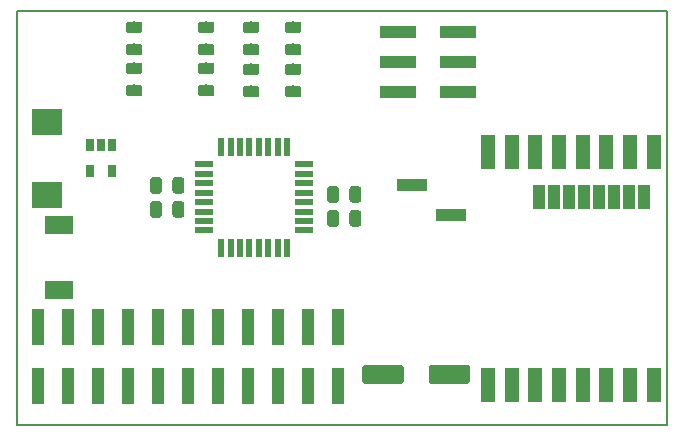
<source format=gbr>
%TF.GenerationSoftware,KiCad,Pcbnew,5.0.2-bee76a0~70~ubuntu18.04.1*%
%TF.CreationDate,2020-02-09T18:50:43+01:00*%
%TF.ProjectId,Mini-BT-Pcb-328P,4d696e69-2d42-4542-9d50-63622d333238,2.0*%
%TF.SameCoordinates,Original*%
%TF.FileFunction,Paste,Top*%
%TF.FilePolarity,Positive*%
%FSLAX46Y46*%
G04 Gerber Fmt 4.6, Leading zero omitted, Abs format (unit mm)*
G04 Created by KiCad (PCBNEW 5.0.2-bee76a0~70~ubuntu18.04.1) date dom 09 feb 2020 18:50:43 CET*
%MOMM*%
%LPD*%
G01*
G04 APERTURE LIST*
%ADD10C,0.150000*%
%ADD11C,0.975000*%
%ADD12R,3.150000X1.000000*%
%ADD13R,1.000000X3.150000*%
%ADD14C,1.600000*%
%ADD15R,2.510000X1.000000*%
%ADD16R,2.400000X1.500000*%
%ADD17R,1.600000X0.550000*%
%ADD18R,0.550000X1.600000*%
%ADD19R,0.650000X1.060000*%
%ADD20R,2.520000X2.310000*%
%ADD21R,1.000000X2.000000*%
%ADD22R,1.200000X3.000000*%
G04 APERTURE END LIST*
D10*
X132080000Y-108406000D02*
X132080000Y-73406000D01*
X187080000Y-108406000D02*
X132080000Y-108406000D01*
X187080000Y-73406000D02*
X187080000Y-108406000D01*
X132080000Y-73406000D02*
X187080000Y-73406000D01*
G36*
X148562142Y-79620674D02*
X148585803Y-79624184D01*
X148609007Y-79629996D01*
X148631529Y-79638054D01*
X148653153Y-79648282D01*
X148673670Y-79660579D01*
X148692883Y-79674829D01*
X148710607Y-79690893D01*
X148726671Y-79708617D01*
X148740921Y-79727830D01*
X148753218Y-79748347D01*
X148763446Y-79769971D01*
X148771504Y-79792493D01*
X148777316Y-79815697D01*
X148780826Y-79839358D01*
X148782000Y-79863250D01*
X148782000Y-80350750D01*
X148780826Y-80374642D01*
X148777316Y-80398303D01*
X148771504Y-80421507D01*
X148763446Y-80444029D01*
X148753218Y-80465653D01*
X148740921Y-80486170D01*
X148726671Y-80505383D01*
X148710607Y-80523107D01*
X148692883Y-80539171D01*
X148673670Y-80553421D01*
X148653153Y-80565718D01*
X148631529Y-80575946D01*
X148609007Y-80584004D01*
X148585803Y-80589816D01*
X148562142Y-80593326D01*
X148538250Y-80594500D01*
X147625750Y-80594500D01*
X147601858Y-80593326D01*
X147578197Y-80589816D01*
X147554993Y-80584004D01*
X147532471Y-80575946D01*
X147510847Y-80565718D01*
X147490330Y-80553421D01*
X147471117Y-80539171D01*
X147453393Y-80523107D01*
X147437329Y-80505383D01*
X147423079Y-80486170D01*
X147410782Y-80465653D01*
X147400554Y-80444029D01*
X147392496Y-80421507D01*
X147386684Y-80398303D01*
X147383174Y-80374642D01*
X147382000Y-80350750D01*
X147382000Y-79863250D01*
X147383174Y-79839358D01*
X147386684Y-79815697D01*
X147392496Y-79792493D01*
X147400554Y-79769971D01*
X147410782Y-79748347D01*
X147423079Y-79727830D01*
X147437329Y-79708617D01*
X147453393Y-79690893D01*
X147471117Y-79674829D01*
X147490330Y-79660579D01*
X147510847Y-79648282D01*
X147532471Y-79638054D01*
X147554993Y-79629996D01*
X147578197Y-79624184D01*
X147601858Y-79620674D01*
X147625750Y-79619500D01*
X148538250Y-79619500D01*
X148562142Y-79620674D01*
X148562142Y-79620674D01*
G37*
D11*
X148082000Y-80107000D03*
D10*
G36*
X148562142Y-77745674D02*
X148585803Y-77749184D01*
X148609007Y-77754996D01*
X148631529Y-77763054D01*
X148653153Y-77773282D01*
X148673670Y-77785579D01*
X148692883Y-77799829D01*
X148710607Y-77815893D01*
X148726671Y-77833617D01*
X148740921Y-77852830D01*
X148753218Y-77873347D01*
X148763446Y-77894971D01*
X148771504Y-77917493D01*
X148777316Y-77940697D01*
X148780826Y-77964358D01*
X148782000Y-77988250D01*
X148782000Y-78475750D01*
X148780826Y-78499642D01*
X148777316Y-78523303D01*
X148771504Y-78546507D01*
X148763446Y-78569029D01*
X148753218Y-78590653D01*
X148740921Y-78611170D01*
X148726671Y-78630383D01*
X148710607Y-78648107D01*
X148692883Y-78664171D01*
X148673670Y-78678421D01*
X148653153Y-78690718D01*
X148631529Y-78700946D01*
X148609007Y-78709004D01*
X148585803Y-78714816D01*
X148562142Y-78718326D01*
X148538250Y-78719500D01*
X147625750Y-78719500D01*
X147601858Y-78718326D01*
X147578197Y-78714816D01*
X147554993Y-78709004D01*
X147532471Y-78700946D01*
X147510847Y-78690718D01*
X147490330Y-78678421D01*
X147471117Y-78664171D01*
X147453393Y-78648107D01*
X147437329Y-78630383D01*
X147423079Y-78611170D01*
X147410782Y-78590653D01*
X147400554Y-78569029D01*
X147392496Y-78546507D01*
X147386684Y-78523303D01*
X147383174Y-78499642D01*
X147382000Y-78475750D01*
X147382000Y-77988250D01*
X147383174Y-77964358D01*
X147386684Y-77940697D01*
X147392496Y-77917493D01*
X147400554Y-77894971D01*
X147410782Y-77873347D01*
X147423079Y-77852830D01*
X147437329Y-77833617D01*
X147453393Y-77815893D01*
X147471117Y-77799829D01*
X147490330Y-77785579D01*
X147510847Y-77773282D01*
X147532471Y-77763054D01*
X147554993Y-77754996D01*
X147578197Y-77749184D01*
X147601858Y-77745674D01*
X147625750Y-77744500D01*
X148538250Y-77744500D01*
X148562142Y-77745674D01*
X148562142Y-77745674D01*
G37*
D11*
X148082000Y-78232000D03*
D12*
X169403000Y-80264000D03*
X164353000Y-80264000D03*
X169403000Y-77724000D03*
X164353000Y-77724000D03*
X169403000Y-75184000D03*
X164353000Y-75184000D03*
D13*
X133858000Y-105141000D03*
X133858000Y-100091000D03*
X136398000Y-105141000D03*
X136398000Y-100091000D03*
X138938000Y-105141000D03*
X138938000Y-100091000D03*
X141478000Y-105141000D03*
X141478000Y-100091000D03*
X144018000Y-105141000D03*
X144018000Y-100091000D03*
X146558000Y-105141000D03*
X146558000Y-100091000D03*
X149098000Y-105141000D03*
X149098000Y-100091000D03*
X151638000Y-105141000D03*
X151638000Y-100091000D03*
X154178000Y-105141000D03*
X154178000Y-100091000D03*
X156718000Y-105141000D03*
X156718000Y-100091000D03*
X159258000Y-105141000D03*
X159258000Y-100091000D03*
D10*
G36*
X164586504Y-103341204D02*
X164610773Y-103344804D01*
X164634571Y-103350765D01*
X164657671Y-103359030D01*
X164679849Y-103369520D01*
X164700893Y-103382133D01*
X164720598Y-103396747D01*
X164738777Y-103413223D01*
X164755253Y-103431402D01*
X164769867Y-103451107D01*
X164782480Y-103472151D01*
X164792970Y-103494329D01*
X164801235Y-103517429D01*
X164807196Y-103541227D01*
X164810796Y-103565496D01*
X164812000Y-103590000D01*
X164812000Y-104690000D01*
X164810796Y-104714504D01*
X164807196Y-104738773D01*
X164801235Y-104762571D01*
X164792970Y-104785671D01*
X164782480Y-104807849D01*
X164769867Y-104828893D01*
X164755253Y-104848598D01*
X164738777Y-104866777D01*
X164720598Y-104883253D01*
X164700893Y-104897867D01*
X164679849Y-104910480D01*
X164657671Y-104920970D01*
X164634571Y-104929235D01*
X164610773Y-104935196D01*
X164586504Y-104938796D01*
X164562000Y-104940000D01*
X161562000Y-104940000D01*
X161537496Y-104938796D01*
X161513227Y-104935196D01*
X161489429Y-104929235D01*
X161466329Y-104920970D01*
X161444151Y-104910480D01*
X161423107Y-104897867D01*
X161403402Y-104883253D01*
X161385223Y-104866777D01*
X161368747Y-104848598D01*
X161354133Y-104828893D01*
X161341520Y-104807849D01*
X161331030Y-104785671D01*
X161322765Y-104762571D01*
X161316804Y-104738773D01*
X161313204Y-104714504D01*
X161312000Y-104690000D01*
X161312000Y-103590000D01*
X161313204Y-103565496D01*
X161316804Y-103541227D01*
X161322765Y-103517429D01*
X161331030Y-103494329D01*
X161341520Y-103472151D01*
X161354133Y-103451107D01*
X161368747Y-103431402D01*
X161385223Y-103413223D01*
X161403402Y-103396747D01*
X161423107Y-103382133D01*
X161444151Y-103369520D01*
X161466329Y-103359030D01*
X161489429Y-103350765D01*
X161513227Y-103344804D01*
X161537496Y-103341204D01*
X161562000Y-103340000D01*
X164562000Y-103340000D01*
X164586504Y-103341204D01*
X164586504Y-103341204D01*
G37*
D14*
X163062000Y-104140000D03*
D10*
G36*
X170186504Y-103341204D02*
X170210773Y-103344804D01*
X170234571Y-103350765D01*
X170257671Y-103359030D01*
X170279849Y-103369520D01*
X170300893Y-103382133D01*
X170320598Y-103396747D01*
X170338777Y-103413223D01*
X170355253Y-103431402D01*
X170369867Y-103451107D01*
X170382480Y-103472151D01*
X170392970Y-103494329D01*
X170401235Y-103517429D01*
X170407196Y-103541227D01*
X170410796Y-103565496D01*
X170412000Y-103590000D01*
X170412000Y-104690000D01*
X170410796Y-104714504D01*
X170407196Y-104738773D01*
X170401235Y-104762571D01*
X170392970Y-104785671D01*
X170382480Y-104807849D01*
X170369867Y-104828893D01*
X170355253Y-104848598D01*
X170338777Y-104866777D01*
X170320598Y-104883253D01*
X170300893Y-104897867D01*
X170279849Y-104910480D01*
X170257671Y-104920970D01*
X170234571Y-104929235D01*
X170210773Y-104935196D01*
X170186504Y-104938796D01*
X170162000Y-104940000D01*
X167162000Y-104940000D01*
X167137496Y-104938796D01*
X167113227Y-104935196D01*
X167089429Y-104929235D01*
X167066329Y-104920970D01*
X167044151Y-104910480D01*
X167023107Y-104897867D01*
X167003402Y-104883253D01*
X166985223Y-104866777D01*
X166968747Y-104848598D01*
X166954133Y-104828893D01*
X166941520Y-104807849D01*
X166931030Y-104785671D01*
X166922765Y-104762571D01*
X166916804Y-104738773D01*
X166913204Y-104714504D01*
X166912000Y-104690000D01*
X166912000Y-103590000D01*
X166913204Y-103565496D01*
X166916804Y-103541227D01*
X166922765Y-103517429D01*
X166931030Y-103494329D01*
X166941520Y-103472151D01*
X166954133Y-103451107D01*
X166968747Y-103431402D01*
X166985223Y-103413223D01*
X167003402Y-103396747D01*
X167023107Y-103382133D01*
X167044151Y-103369520D01*
X167066329Y-103359030D01*
X167089429Y-103350765D01*
X167113227Y-103344804D01*
X167137496Y-103341204D01*
X167162000Y-103340000D01*
X170162000Y-103340000D01*
X170186504Y-103341204D01*
X170186504Y-103341204D01*
G37*
D14*
X168662000Y-104140000D03*
D10*
G36*
X145985142Y-89471174D02*
X146008803Y-89474684D01*
X146032007Y-89480496D01*
X146054529Y-89488554D01*
X146076153Y-89498782D01*
X146096670Y-89511079D01*
X146115883Y-89525329D01*
X146133607Y-89541393D01*
X146149671Y-89559117D01*
X146163921Y-89578330D01*
X146176218Y-89598847D01*
X146186446Y-89620471D01*
X146194504Y-89642993D01*
X146200316Y-89666197D01*
X146203826Y-89689858D01*
X146205000Y-89713750D01*
X146205000Y-90626250D01*
X146203826Y-90650142D01*
X146200316Y-90673803D01*
X146194504Y-90697007D01*
X146186446Y-90719529D01*
X146176218Y-90741153D01*
X146163921Y-90761670D01*
X146149671Y-90780883D01*
X146133607Y-90798607D01*
X146115883Y-90814671D01*
X146096670Y-90828921D01*
X146076153Y-90841218D01*
X146054529Y-90851446D01*
X146032007Y-90859504D01*
X146008803Y-90865316D01*
X145985142Y-90868826D01*
X145961250Y-90870000D01*
X145473750Y-90870000D01*
X145449858Y-90868826D01*
X145426197Y-90865316D01*
X145402993Y-90859504D01*
X145380471Y-90851446D01*
X145358847Y-90841218D01*
X145338330Y-90828921D01*
X145319117Y-90814671D01*
X145301393Y-90798607D01*
X145285329Y-90780883D01*
X145271079Y-90761670D01*
X145258782Y-90741153D01*
X145248554Y-90719529D01*
X145240496Y-90697007D01*
X145234684Y-90673803D01*
X145231174Y-90650142D01*
X145230000Y-90626250D01*
X145230000Y-89713750D01*
X145231174Y-89689858D01*
X145234684Y-89666197D01*
X145240496Y-89642993D01*
X145248554Y-89620471D01*
X145258782Y-89598847D01*
X145271079Y-89578330D01*
X145285329Y-89559117D01*
X145301393Y-89541393D01*
X145319117Y-89525329D01*
X145338330Y-89511079D01*
X145358847Y-89498782D01*
X145380471Y-89488554D01*
X145402993Y-89480496D01*
X145426197Y-89474684D01*
X145449858Y-89471174D01*
X145473750Y-89470000D01*
X145961250Y-89470000D01*
X145985142Y-89471174D01*
X145985142Y-89471174D01*
G37*
D11*
X145717500Y-90170000D03*
D10*
G36*
X144110142Y-89471174D02*
X144133803Y-89474684D01*
X144157007Y-89480496D01*
X144179529Y-89488554D01*
X144201153Y-89498782D01*
X144221670Y-89511079D01*
X144240883Y-89525329D01*
X144258607Y-89541393D01*
X144274671Y-89559117D01*
X144288921Y-89578330D01*
X144301218Y-89598847D01*
X144311446Y-89620471D01*
X144319504Y-89642993D01*
X144325316Y-89666197D01*
X144328826Y-89689858D01*
X144330000Y-89713750D01*
X144330000Y-90626250D01*
X144328826Y-90650142D01*
X144325316Y-90673803D01*
X144319504Y-90697007D01*
X144311446Y-90719529D01*
X144301218Y-90741153D01*
X144288921Y-90761670D01*
X144274671Y-90780883D01*
X144258607Y-90798607D01*
X144240883Y-90814671D01*
X144221670Y-90828921D01*
X144201153Y-90841218D01*
X144179529Y-90851446D01*
X144157007Y-90859504D01*
X144133803Y-90865316D01*
X144110142Y-90868826D01*
X144086250Y-90870000D01*
X143598750Y-90870000D01*
X143574858Y-90868826D01*
X143551197Y-90865316D01*
X143527993Y-90859504D01*
X143505471Y-90851446D01*
X143483847Y-90841218D01*
X143463330Y-90828921D01*
X143444117Y-90814671D01*
X143426393Y-90798607D01*
X143410329Y-90780883D01*
X143396079Y-90761670D01*
X143383782Y-90741153D01*
X143373554Y-90719529D01*
X143365496Y-90697007D01*
X143359684Y-90673803D01*
X143356174Y-90650142D01*
X143355000Y-90626250D01*
X143355000Y-89713750D01*
X143356174Y-89689858D01*
X143359684Y-89666197D01*
X143365496Y-89642993D01*
X143373554Y-89620471D01*
X143383782Y-89598847D01*
X143396079Y-89578330D01*
X143410329Y-89559117D01*
X143426393Y-89541393D01*
X143444117Y-89525329D01*
X143463330Y-89511079D01*
X143483847Y-89498782D01*
X143505471Y-89488554D01*
X143527993Y-89480496D01*
X143551197Y-89474684D01*
X143574858Y-89471174D01*
X143598750Y-89470000D01*
X144086250Y-89470000D01*
X144110142Y-89471174D01*
X144110142Y-89471174D01*
G37*
D11*
X143842500Y-90170000D03*
D10*
G36*
X144110142Y-87439174D02*
X144133803Y-87442684D01*
X144157007Y-87448496D01*
X144179529Y-87456554D01*
X144201153Y-87466782D01*
X144221670Y-87479079D01*
X144240883Y-87493329D01*
X144258607Y-87509393D01*
X144274671Y-87527117D01*
X144288921Y-87546330D01*
X144301218Y-87566847D01*
X144311446Y-87588471D01*
X144319504Y-87610993D01*
X144325316Y-87634197D01*
X144328826Y-87657858D01*
X144330000Y-87681750D01*
X144330000Y-88594250D01*
X144328826Y-88618142D01*
X144325316Y-88641803D01*
X144319504Y-88665007D01*
X144311446Y-88687529D01*
X144301218Y-88709153D01*
X144288921Y-88729670D01*
X144274671Y-88748883D01*
X144258607Y-88766607D01*
X144240883Y-88782671D01*
X144221670Y-88796921D01*
X144201153Y-88809218D01*
X144179529Y-88819446D01*
X144157007Y-88827504D01*
X144133803Y-88833316D01*
X144110142Y-88836826D01*
X144086250Y-88838000D01*
X143598750Y-88838000D01*
X143574858Y-88836826D01*
X143551197Y-88833316D01*
X143527993Y-88827504D01*
X143505471Y-88819446D01*
X143483847Y-88809218D01*
X143463330Y-88796921D01*
X143444117Y-88782671D01*
X143426393Y-88766607D01*
X143410329Y-88748883D01*
X143396079Y-88729670D01*
X143383782Y-88709153D01*
X143373554Y-88687529D01*
X143365496Y-88665007D01*
X143359684Y-88641803D01*
X143356174Y-88618142D01*
X143355000Y-88594250D01*
X143355000Y-87681750D01*
X143356174Y-87657858D01*
X143359684Y-87634197D01*
X143365496Y-87610993D01*
X143373554Y-87588471D01*
X143383782Y-87566847D01*
X143396079Y-87546330D01*
X143410329Y-87527117D01*
X143426393Y-87509393D01*
X143444117Y-87493329D01*
X143463330Y-87479079D01*
X143483847Y-87466782D01*
X143505471Y-87456554D01*
X143527993Y-87448496D01*
X143551197Y-87442684D01*
X143574858Y-87439174D01*
X143598750Y-87438000D01*
X144086250Y-87438000D01*
X144110142Y-87439174D01*
X144110142Y-87439174D01*
G37*
D11*
X143842500Y-88138000D03*
D10*
G36*
X145985142Y-87439174D02*
X146008803Y-87442684D01*
X146032007Y-87448496D01*
X146054529Y-87456554D01*
X146076153Y-87466782D01*
X146096670Y-87479079D01*
X146115883Y-87493329D01*
X146133607Y-87509393D01*
X146149671Y-87527117D01*
X146163921Y-87546330D01*
X146176218Y-87566847D01*
X146186446Y-87588471D01*
X146194504Y-87610993D01*
X146200316Y-87634197D01*
X146203826Y-87657858D01*
X146205000Y-87681750D01*
X146205000Y-88594250D01*
X146203826Y-88618142D01*
X146200316Y-88641803D01*
X146194504Y-88665007D01*
X146186446Y-88687529D01*
X146176218Y-88709153D01*
X146163921Y-88729670D01*
X146149671Y-88748883D01*
X146133607Y-88766607D01*
X146115883Y-88782671D01*
X146096670Y-88796921D01*
X146076153Y-88809218D01*
X146054529Y-88819446D01*
X146032007Y-88827504D01*
X146008803Y-88833316D01*
X145985142Y-88836826D01*
X145961250Y-88838000D01*
X145473750Y-88838000D01*
X145449858Y-88836826D01*
X145426197Y-88833316D01*
X145402993Y-88827504D01*
X145380471Y-88819446D01*
X145358847Y-88809218D01*
X145338330Y-88796921D01*
X145319117Y-88782671D01*
X145301393Y-88766607D01*
X145285329Y-88748883D01*
X145271079Y-88729670D01*
X145258782Y-88709153D01*
X145248554Y-88687529D01*
X145240496Y-88665007D01*
X145234684Y-88641803D01*
X145231174Y-88618142D01*
X145230000Y-88594250D01*
X145230000Y-87681750D01*
X145231174Y-87657858D01*
X145234684Y-87634197D01*
X145240496Y-87610993D01*
X145248554Y-87588471D01*
X145258782Y-87566847D01*
X145271079Y-87546330D01*
X145285329Y-87527117D01*
X145301393Y-87509393D01*
X145319117Y-87493329D01*
X145338330Y-87479079D01*
X145358847Y-87466782D01*
X145380471Y-87456554D01*
X145402993Y-87448496D01*
X145426197Y-87442684D01*
X145449858Y-87439174D01*
X145473750Y-87438000D01*
X145961250Y-87438000D01*
X145985142Y-87439174D01*
X145985142Y-87439174D01*
G37*
D11*
X145717500Y-88138000D03*
D10*
G36*
X159096142Y-88201174D02*
X159119803Y-88204684D01*
X159143007Y-88210496D01*
X159165529Y-88218554D01*
X159187153Y-88228782D01*
X159207670Y-88241079D01*
X159226883Y-88255329D01*
X159244607Y-88271393D01*
X159260671Y-88289117D01*
X159274921Y-88308330D01*
X159287218Y-88328847D01*
X159297446Y-88350471D01*
X159305504Y-88372993D01*
X159311316Y-88396197D01*
X159314826Y-88419858D01*
X159316000Y-88443750D01*
X159316000Y-89356250D01*
X159314826Y-89380142D01*
X159311316Y-89403803D01*
X159305504Y-89427007D01*
X159297446Y-89449529D01*
X159287218Y-89471153D01*
X159274921Y-89491670D01*
X159260671Y-89510883D01*
X159244607Y-89528607D01*
X159226883Y-89544671D01*
X159207670Y-89558921D01*
X159187153Y-89571218D01*
X159165529Y-89581446D01*
X159143007Y-89589504D01*
X159119803Y-89595316D01*
X159096142Y-89598826D01*
X159072250Y-89600000D01*
X158584750Y-89600000D01*
X158560858Y-89598826D01*
X158537197Y-89595316D01*
X158513993Y-89589504D01*
X158491471Y-89581446D01*
X158469847Y-89571218D01*
X158449330Y-89558921D01*
X158430117Y-89544671D01*
X158412393Y-89528607D01*
X158396329Y-89510883D01*
X158382079Y-89491670D01*
X158369782Y-89471153D01*
X158359554Y-89449529D01*
X158351496Y-89427007D01*
X158345684Y-89403803D01*
X158342174Y-89380142D01*
X158341000Y-89356250D01*
X158341000Y-88443750D01*
X158342174Y-88419858D01*
X158345684Y-88396197D01*
X158351496Y-88372993D01*
X158359554Y-88350471D01*
X158369782Y-88328847D01*
X158382079Y-88308330D01*
X158396329Y-88289117D01*
X158412393Y-88271393D01*
X158430117Y-88255329D01*
X158449330Y-88241079D01*
X158469847Y-88228782D01*
X158491471Y-88218554D01*
X158513993Y-88210496D01*
X158537197Y-88204684D01*
X158560858Y-88201174D01*
X158584750Y-88200000D01*
X159072250Y-88200000D01*
X159096142Y-88201174D01*
X159096142Y-88201174D01*
G37*
D11*
X158828500Y-88900000D03*
D10*
G36*
X160971142Y-88201174D02*
X160994803Y-88204684D01*
X161018007Y-88210496D01*
X161040529Y-88218554D01*
X161062153Y-88228782D01*
X161082670Y-88241079D01*
X161101883Y-88255329D01*
X161119607Y-88271393D01*
X161135671Y-88289117D01*
X161149921Y-88308330D01*
X161162218Y-88328847D01*
X161172446Y-88350471D01*
X161180504Y-88372993D01*
X161186316Y-88396197D01*
X161189826Y-88419858D01*
X161191000Y-88443750D01*
X161191000Y-89356250D01*
X161189826Y-89380142D01*
X161186316Y-89403803D01*
X161180504Y-89427007D01*
X161172446Y-89449529D01*
X161162218Y-89471153D01*
X161149921Y-89491670D01*
X161135671Y-89510883D01*
X161119607Y-89528607D01*
X161101883Y-89544671D01*
X161082670Y-89558921D01*
X161062153Y-89571218D01*
X161040529Y-89581446D01*
X161018007Y-89589504D01*
X160994803Y-89595316D01*
X160971142Y-89598826D01*
X160947250Y-89600000D01*
X160459750Y-89600000D01*
X160435858Y-89598826D01*
X160412197Y-89595316D01*
X160388993Y-89589504D01*
X160366471Y-89581446D01*
X160344847Y-89571218D01*
X160324330Y-89558921D01*
X160305117Y-89544671D01*
X160287393Y-89528607D01*
X160271329Y-89510883D01*
X160257079Y-89491670D01*
X160244782Y-89471153D01*
X160234554Y-89449529D01*
X160226496Y-89427007D01*
X160220684Y-89403803D01*
X160217174Y-89380142D01*
X160216000Y-89356250D01*
X160216000Y-88443750D01*
X160217174Y-88419858D01*
X160220684Y-88396197D01*
X160226496Y-88372993D01*
X160234554Y-88350471D01*
X160244782Y-88328847D01*
X160257079Y-88308330D01*
X160271329Y-88289117D01*
X160287393Y-88271393D01*
X160305117Y-88255329D01*
X160324330Y-88241079D01*
X160344847Y-88228782D01*
X160366471Y-88218554D01*
X160388993Y-88210496D01*
X160412197Y-88204684D01*
X160435858Y-88201174D01*
X160459750Y-88200000D01*
X160947250Y-88200000D01*
X160971142Y-88201174D01*
X160971142Y-88201174D01*
G37*
D11*
X160703500Y-88900000D03*
D10*
G36*
X160971142Y-90233174D02*
X160994803Y-90236684D01*
X161018007Y-90242496D01*
X161040529Y-90250554D01*
X161062153Y-90260782D01*
X161082670Y-90273079D01*
X161101883Y-90287329D01*
X161119607Y-90303393D01*
X161135671Y-90321117D01*
X161149921Y-90340330D01*
X161162218Y-90360847D01*
X161172446Y-90382471D01*
X161180504Y-90404993D01*
X161186316Y-90428197D01*
X161189826Y-90451858D01*
X161191000Y-90475750D01*
X161191000Y-91388250D01*
X161189826Y-91412142D01*
X161186316Y-91435803D01*
X161180504Y-91459007D01*
X161172446Y-91481529D01*
X161162218Y-91503153D01*
X161149921Y-91523670D01*
X161135671Y-91542883D01*
X161119607Y-91560607D01*
X161101883Y-91576671D01*
X161082670Y-91590921D01*
X161062153Y-91603218D01*
X161040529Y-91613446D01*
X161018007Y-91621504D01*
X160994803Y-91627316D01*
X160971142Y-91630826D01*
X160947250Y-91632000D01*
X160459750Y-91632000D01*
X160435858Y-91630826D01*
X160412197Y-91627316D01*
X160388993Y-91621504D01*
X160366471Y-91613446D01*
X160344847Y-91603218D01*
X160324330Y-91590921D01*
X160305117Y-91576671D01*
X160287393Y-91560607D01*
X160271329Y-91542883D01*
X160257079Y-91523670D01*
X160244782Y-91503153D01*
X160234554Y-91481529D01*
X160226496Y-91459007D01*
X160220684Y-91435803D01*
X160217174Y-91412142D01*
X160216000Y-91388250D01*
X160216000Y-90475750D01*
X160217174Y-90451858D01*
X160220684Y-90428197D01*
X160226496Y-90404993D01*
X160234554Y-90382471D01*
X160244782Y-90360847D01*
X160257079Y-90340330D01*
X160271329Y-90321117D01*
X160287393Y-90303393D01*
X160305117Y-90287329D01*
X160324330Y-90273079D01*
X160344847Y-90260782D01*
X160366471Y-90250554D01*
X160388993Y-90242496D01*
X160412197Y-90236684D01*
X160435858Y-90233174D01*
X160459750Y-90232000D01*
X160947250Y-90232000D01*
X160971142Y-90233174D01*
X160971142Y-90233174D01*
G37*
D11*
X160703500Y-90932000D03*
D10*
G36*
X159096142Y-90233174D02*
X159119803Y-90236684D01*
X159143007Y-90242496D01*
X159165529Y-90250554D01*
X159187153Y-90260782D01*
X159207670Y-90273079D01*
X159226883Y-90287329D01*
X159244607Y-90303393D01*
X159260671Y-90321117D01*
X159274921Y-90340330D01*
X159287218Y-90360847D01*
X159297446Y-90382471D01*
X159305504Y-90404993D01*
X159311316Y-90428197D01*
X159314826Y-90451858D01*
X159316000Y-90475750D01*
X159316000Y-91388250D01*
X159314826Y-91412142D01*
X159311316Y-91435803D01*
X159305504Y-91459007D01*
X159297446Y-91481529D01*
X159287218Y-91503153D01*
X159274921Y-91523670D01*
X159260671Y-91542883D01*
X159244607Y-91560607D01*
X159226883Y-91576671D01*
X159207670Y-91590921D01*
X159187153Y-91603218D01*
X159165529Y-91613446D01*
X159143007Y-91621504D01*
X159119803Y-91627316D01*
X159096142Y-91630826D01*
X159072250Y-91632000D01*
X158584750Y-91632000D01*
X158560858Y-91630826D01*
X158537197Y-91627316D01*
X158513993Y-91621504D01*
X158491471Y-91613446D01*
X158469847Y-91603218D01*
X158449330Y-91590921D01*
X158430117Y-91576671D01*
X158412393Y-91560607D01*
X158396329Y-91542883D01*
X158382079Y-91523670D01*
X158369782Y-91503153D01*
X158359554Y-91481529D01*
X158351496Y-91459007D01*
X158345684Y-91435803D01*
X158342174Y-91412142D01*
X158341000Y-91388250D01*
X158341000Y-90475750D01*
X158342174Y-90451858D01*
X158345684Y-90428197D01*
X158351496Y-90404993D01*
X158359554Y-90382471D01*
X158369782Y-90360847D01*
X158382079Y-90340330D01*
X158396329Y-90321117D01*
X158412393Y-90303393D01*
X158430117Y-90287329D01*
X158449330Y-90273079D01*
X158469847Y-90260782D01*
X158491471Y-90250554D01*
X158513993Y-90242496D01*
X158537197Y-90236684D01*
X158560858Y-90233174D01*
X158584750Y-90232000D01*
X159072250Y-90232000D01*
X159096142Y-90233174D01*
X159096142Y-90233174D01*
G37*
D11*
X158828500Y-90932000D03*
D15*
X168787000Y-90678000D03*
X165477000Y-88138000D03*
D16*
X135636000Y-96984000D03*
X135636000Y-91484000D03*
D10*
G36*
X148562142Y-76143174D02*
X148585803Y-76146684D01*
X148609007Y-76152496D01*
X148631529Y-76160554D01*
X148653153Y-76170782D01*
X148673670Y-76183079D01*
X148692883Y-76197329D01*
X148710607Y-76213393D01*
X148726671Y-76231117D01*
X148740921Y-76250330D01*
X148753218Y-76270847D01*
X148763446Y-76292471D01*
X148771504Y-76314993D01*
X148777316Y-76338197D01*
X148780826Y-76361858D01*
X148782000Y-76385750D01*
X148782000Y-76873250D01*
X148780826Y-76897142D01*
X148777316Y-76920803D01*
X148771504Y-76944007D01*
X148763446Y-76966529D01*
X148753218Y-76988153D01*
X148740921Y-77008670D01*
X148726671Y-77027883D01*
X148710607Y-77045607D01*
X148692883Y-77061671D01*
X148673670Y-77075921D01*
X148653153Y-77088218D01*
X148631529Y-77098446D01*
X148609007Y-77106504D01*
X148585803Y-77112316D01*
X148562142Y-77115826D01*
X148538250Y-77117000D01*
X147625750Y-77117000D01*
X147601858Y-77115826D01*
X147578197Y-77112316D01*
X147554993Y-77106504D01*
X147532471Y-77098446D01*
X147510847Y-77088218D01*
X147490330Y-77075921D01*
X147471117Y-77061671D01*
X147453393Y-77045607D01*
X147437329Y-77027883D01*
X147423079Y-77008670D01*
X147410782Y-76988153D01*
X147400554Y-76966529D01*
X147392496Y-76944007D01*
X147386684Y-76920803D01*
X147383174Y-76897142D01*
X147382000Y-76873250D01*
X147382000Y-76385750D01*
X147383174Y-76361858D01*
X147386684Y-76338197D01*
X147392496Y-76314993D01*
X147400554Y-76292471D01*
X147410782Y-76270847D01*
X147423079Y-76250330D01*
X147437329Y-76231117D01*
X147453393Y-76213393D01*
X147471117Y-76197329D01*
X147490330Y-76183079D01*
X147510847Y-76170782D01*
X147532471Y-76160554D01*
X147554993Y-76152496D01*
X147578197Y-76146684D01*
X147601858Y-76143174D01*
X147625750Y-76142000D01*
X148538250Y-76142000D01*
X148562142Y-76143174D01*
X148562142Y-76143174D01*
G37*
D11*
X148082000Y-76629500D03*
D10*
G36*
X148562142Y-74268174D02*
X148585803Y-74271684D01*
X148609007Y-74277496D01*
X148631529Y-74285554D01*
X148653153Y-74295782D01*
X148673670Y-74308079D01*
X148692883Y-74322329D01*
X148710607Y-74338393D01*
X148726671Y-74356117D01*
X148740921Y-74375330D01*
X148753218Y-74395847D01*
X148763446Y-74417471D01*
X148771504Y-74439993D01*
X148777316Y-74463197D01*
X148780826Y-74486858D01*
X148782000Y-74510750D01*
X148782000Y-74998250D01*
X148780826Y-75022142D01*
X148777316Y-75045803D01*
X148771504Y-75069007D01*
X148763446Y-75091529D01*
X148753218Y-75113153D01*
X148740921Y-75133670D01*
X148726671Y-75152883D01*
X148710607Y-75170607D01*
X148692883Y-75186671D01*
X148673670Y-75200921D01*
X148653153Y-75213218D01*
X148631529Y-75223446D01*
X148609007Y-75231504D01*
X148585803Y-75237316D01*
X148562142Y-75240826D01*
X148538250Y-75242000D01*
X147625750Y-75242000D01*
X147601858Y-75240826D01*
X147578197Y-75237316D01*
X147554993Y-75231504D01*
X147532471Y-75223446D01*
X147510847Y-75213218D01*
X147490330Y-75200921D01*
X147471117Y-75186671D01*
X147453393Y-75170607D01*
X147437329Y-75152883D01*
X147423079Y-75133670D01*
X147410782Y-75113153D01*
X147400554Y-75091529D01*
X147392496Y-75069007D01*
X147386684Y-75045803D01*
X147383174Y-75022142D01*
X147382000Y-74998250D01*
X147382000Y-74510750D01*
X147383174Y-74486858D01*
X147386684Y-74463197D01*
X147392496Y-74439993D01*
X147400554Y-74417471D01*
X147410782Y-74395847D01*
X147423079Y-74375330D01*
X147437329Y-74356117D01*
X147453393Y-74338393D01*
X147471117Y-74322329D01*
X147490330Y-74308079D01*
X147510847Y-74295782D01*
X147532471Y-74285554D01*
X147554993Y-74277496D01*
X147578197Y-74271684D01*
X147601858Y-74268174D01*
X147625750Y-74267000D01*
X148538250Y-74267000D01*
X148562142Y-74268174D01*
X148562142Y-74268174D01*
G37*
D11*
X148082000Y-74754500D03*
D10*
G36*
X155928142Y-74268174D02*
X155951803Y-74271684D01*
X155975007Y-74277496D01*
X155997529Y-74285554D01*
X156019153Y-74295782D01*
X156039670Y-74308079D01*
X156058883Y-74322329D01*
X156076607Y-74338393D01*
X156092671Y-74356117D01*
X156106921Y-74375330D01*
X156119218Y-74395847D01*
X156129446Y-74417471D01*
X156137504Y-74439993D01*
X156143316Y-74463197D01*
X156146826Y-74486858D01*
X156148000Y-74510750D01*
X156148000Y-74998250D01*
X156146826Y-75022142D01*
X156143316Y-75045803D01*
X156137504Y-75069007D01*
X156129446Y-75091529D01*
X156119218Y-75113153D01*
X156106921Y-75133670D01*
X156092671Y-75152883D01*
X156076607Y-75170607D01*
X156058883Y-75186671D01*
X156039670Y-75200921D01*
X156019153Y-75213218D01*
X155997529Y-75223446D01*
X155975007Y-75231504D01*
X155951803Y-75237316D01*
X155928142Y-75240826D01*
X155904250Y-75242000D01*
X154991750Y-75242000D01*
X154967858Y-75240826D01*
X154944197Y-75237316D01*
X154920993Y-75231504D01*
X154898471Y-75223446D01*
X154876847Y-75213218D01*
X154856330Y-75200921D01*
X154837117Y-75186671D01*
X154819393Y-75170607D01*
X154803329Y-75152883D01*
X154789079Y-75133670D01*
X154776782Y-75113153D01*
X154766554Y-75091529D01*
X154758496Y-75069007D01*
X154752684Y-75045803D01*
X154749174Y-75022142D01*
X154748000Y-74998250D01*
X154748000Y-74510750D01*
X154749174Y-74486858D01*
X154752684Y-74463197D01*
X154758496Y-74439993D01*
X154766554Y-74417471D01*
X154776782Y-74395847D01*
X154789079Y-74375330D01*
X154803329Y-74356117D01*
X154819393Y-74338393D01*
X154837117Y-74322329D01*
X154856330Y-74308079D01*
X154876847Y-74295782D01*
X154898471Y-74285554D01*
X154920993Y-74277496D01*
X154944197Y-74271684D01*
X154967858Y-74268174D01*
X154991750Y-74267000D01*
X155904250Y-74267000D01*
X155928142Y-74268174D01*
X155928142Y-74268174D01*
G37*
D11*
X155448000Y-74754500D03*
D10*
G36*
X155928142Y-76143174D02*
X155951803Y-76146684D01*
X155975007Y-76152496D01*
X155997529Y-76160554D01*
X156019153Y-76170782D01*
X156039670Y-76183079D01*
X156058883Y-76197329D01*
X156076607Y-76213393D01*
X156092671Y-76231117D01*
X156106921Y-76250330D01*
X156119218Y-76270847D01*
X156129446Y-76292471D01*
X156137504Y-76314993D01*
X156143316Y-76338197D01*
X156146826Y-76361858D01*
X156148000Y-76385750D01*
X156148000Y-76873250D01*
X156146826Y-76897142D01*
X156143316Y-76920803D01*
X156137504Y-76944007D01*
X156129446Y-76966529D01*
X156119218Y-76988153D01*
X156106921Y-77008670D01*
X156092671Y-77027883D01*
X156076607Y-77045607D01*
X156058883Y-77061671D01*
X156039670Y-77075921D01*
X156019153Y-77088218D01*
X155997529Y-77098446D01*
X155975007Y-77106504D01*
X155951803Y-77112316D01*
X155928142Y-77115826D01*
X155904250Y-77117000D01*
X154991750Y-77117000D01*
X154967858Y-77115826D01*
X154944197Y-77112316D01*
X154920993Y-77106504D01*
X154898471Y-77098446D01*
X154876847Y-77088218D01*
X154856330Y-77075921D01*
X154837117Y-77061671D01*
X154819393Y-77045607D01*
X154803329Y-77027883D01*
X154789079Y-77008670D01*
X154776782Y-76988153D01*
X154766554Y-76966529D01*
X154758496Y-76944007D01*
X154752684Y-76920803D01*
X154749174Y-76897142D01*
X154748000Y-76873250D01*
X154748000Y-76385750D01*
X154749174Y-76361858D01*
X154752684Y-76338197D01*
X154758496Y-76314993D01*
X154766554Y-76292471D01*
X154776782Y-76270847D01*
X154789079Y-76250330D01*
X154803329Y-76231117D01*
X154819393Y-76213393D01*
X154837117Y-76197329D01*
X154856330Y-76183079D01*
X154876847Y-76170782D01*
X154898471Y-76160554D01*
X154920993Y-76152496D01*
X154944197Y-76146684D01*
X154967858Y-76143174D01*
X154991750Y-76142000D01*
X155904250Y-76142000D01*
X155928142Y-76143174D01*
X155928142Y-76143174D01*
G37*
D11*
X155448000Y-76629500D03*
D10*
G36*
X152372142Y-76143174D02*
X152395803Y-76146684D01*
X152419007Y-76152496D01*
X152441529Y-76160554D01*
X152463153Y-76170782D01*
X152483670Y-76183079D01*
X152502883Y-76197329D01*
X152520607Y-76213393D01*
X152536671Y-76231117D01*
X152550921Y-76250330D01*
X152563218Y-76270847D01*
X152573446Y-76292471D01*
X152581504Y-76314993D01*
X152587316Y-76338197D01*
X152590826Y-76361858D01*
X152592000Y-76385750D01*
X152592000Y-76873250D01*
X152590826Y-76897142D01*
X152587316Y-76920803D01*
X152581504Y-76944007D01*
X152573446Y-76966529D01*
X152563218Y-76988153D01*
X152550921Y-77008670D01*
X152536671Y-77027883D01*
X152520607Y-77045607D01*
X152502883Y-77061671D01*
X152483670Y-77075921D01*
X152463153Y-77088218D01*
X152441529Y-77098446D01*
X152419007Y-77106504D01*
X152395803Y-77112316D01*
X152372142Y-77115826D01*
X152348250Y-77117000D01*
X151435750Y-77117000D01*
X151411858Y-77115826D01*
X151388197Y-77112316D01*
X151364993Y-77106504D01*
X151342471Y-77098446D01*
X151320847Y-77088218D01*
X151300330Y-77075921D01*
X151281117Y-77061671D01*
X151263393Y-77045607D01*
X151247329Y-77027883D01*
X151233079Y-77008670D01*
X151220782Y-76988153D01*
X151210554Y-76966529D01*
X151202496Y-76944007D01*
X151196684Y-76920803D01*
X151193174Y-76897142D01*
X151192000Y-76873250D01*
X151192000Y-76385750D01*
X151193174Y-76361858D01*
X151196684Y-76338197D01*
X151202496Y-76314993D01*
X151210554Y-76292471D01*
X151220782Y-76270847D01*
X151233079Y-76250330D01*
X151247329Y-76231117D01*
X151263393Y-76213393D01*
X151281117Y-76197329D01*
X151300330Y-76183079D01*
X151320847Y-76170782D01*
X151342471Y-76160554D01*
X151364993Y-76152496D01*
X151388197Y-76146684D01*
X151411858Y-76143174D01*
X151435750Y-76142000D01*
X152348250Y-76142000D01*
X152372142Y-76143174D01*
X152372142Y-76143174D01*
G37*
D11*
X151892000Y-76629500D03*
D10*
G36*
X152372142Y-74268174D02*
X152395803Y-74271684D01*
X152419007Y-74277496D01*
X152441529Y-74285554D01*
X152463153Y-74295782D01*
X152483670Y-74308079D01*
X152502883Y-74322329D01*
X152520607Y-74338393D01*
X152536671Y-74356117D01*
X152550921Y-74375330D01*
X152563218Y-74395847D01*
X152573446Y-74417471D01*
X152581504Y-74439993D01*
X152587316Y-74463197D01*
X152590826Y-74486858D01*
X152592000Y-74510750D01*
X152592000Y-74998250D01*
X152590826Y-75022142D01*
X152587316Y-75045803D01*
X152581504Y-75069007D01*
X152573446Y-75091529D01*
X152563218Y-75113153D01*
X152550921Y-75133670D01*
X152536671Y-75152883D01*
X152520607Y-75170607D01*
X152502883Y-75186671D01*
X152483670Y-75200921D01*
X152463153Y-75213218D01*
X152441529Y-75223446D01*
X152419007Y-75231504D01*
X152395803Y-75237316D01*
X152372142Y-75240826D01*
X152348250Y-75242000D01*
X151435750Y-75242000D01*
X151411858Y-75240826D01*
X151388197Y-75237316D01*
X151364993Y-75231504D01*
X151342471Y-75223446D01*
X151320847Y-75213218D01*
X151300330Y-75200921D01*
X151281117Y-75186671D01*
X151263393Y-75170607D01*
X151247329Y-75152883D01*
X151233079Y-75133670D01*
X151220782Y-75113153D01*
X151210554Y-75091529D01*
X151202496Y-75069007D01*
X151196684Y-75045803D01*
X151193174Y-75022142D01*
X151192000Y-74998250D01*
X151192000Y-74510750D01*
X151193174Y-74486858D01*
X151196684Y-74463197D01*
X151202496Y-74439993D01*
X151210554Y-74417471D01*
X151220782Y-74395847D01*
X151233079Y-74375330D01*
X151247329Y-74356117D01*
X151263393Y-74338393D01*
X151281117Y-74322329D01*
X151300330Y-74308079D01*
X151320847Y-74295782D01*
X151342471Y-74285554D01*
X151364993Y-74277496D01*
X151388197Y-74271684D01*
X151411858Y-74268174D01*
X151435750Y-74267000D01*
X152348250Y-74267000D01*
X152372142Y-74268174D01*
X152372142Y-74268174D01*
G37*
D11*
X151892000Y-74754500D03*
D10*
G36*
X142466142Y-74268174D02*
X142489803Y-74271684D01*
X142513007Y-74277496D01*
X142535529Y-74285554D01*
X142557153Y-74295782D01*
X142577670Y-74308079D01*
X142596883Y-74322329D01*
X142614607Y-74338393D01*
X142630671Y-74356117D01*
X142644921Y-74375330D01*
X142657218Y-74395847D01*
X142667446Y-74417471D01*
X142675504Y-74439993D01*
X142681316Y-74463197D01*
X142684826Y-74486858D01*
X142686000Y-74510750D01*
X142686000Y-74998250D01*
X142684826Y-75022142D01*
X142681316Y-75045803D01*
X142675504Y-75069007D01*
X142667446Y-75091529D01*
X142657218Y-75113153D01*
X142644921Y-75133670D01*
X142630671Y-75152883D01*
X142614607Y-75170607D01*
X142596883Y-75186671D01*
X142577670Y-75200921D01*
X142557153Y-75213218D01*
X142535529Y-75223446D01*
X142513007Y-75231504D01*
X142489803Y-75237316D01*
X142466142Y-75240826D01*
X142442250Y-75242000D01*
X141529750Y-75242000D01*
X141505858Y-75240826D01*
X141482197Y-75237316D01*
X141458993Y-75231504D01*
X141436471Y-75223446D01*
X141414847Y-75213218D01*
X141394330Y-75200921D01*
X141375117Y-75186671D01*
X141357393Y-75170607D01*
X141341329Y-75152883D01*
X141327079Y-75133670D01*
X141314782Y-75113153D01*
X141304554Y-75091529D01*
X141296496Y-75069007D01*
X141290684Y-75045803D01*
X141287174Y-75022142D01*
X141286000Y-74998250D01*
X141286000Y-74510750D01*
X141287174Y-74486858D01*
X141290684Y-74463197D01*
X141296496Y-74439993D01*
X141304554Y-74417471D01*
X141314782Y-74395847D01*
X141327079Y-74375330D01*
X141341329Y-74356117D01*
X141357393Y-74338393D01*
X141375117Y-74322329D01*
X141394330Y-74308079D01*
X141414847Y-74295782D01*
X141436471Y-74285554D01*
X141458993Y-74277496D01*
X141482197Y-74271684D01*
X141505858Y-74268174D01*
X141529750Y-74267000D01*
X142442250Y-74267000D01*
X142466142Y-74268174D01*
X142466142Y-74268174D01*
G37*
D11*
X141986000Y-74754500D03*
D10*
G36*
X142466142Y-76143174D02*
X142489803Y-76146684D01*
X142513007Y-76152496D01*
X142535529Y-76160554D01*
X142557153Y-76170782D01*
X142577670Y-76183079D01*
X142596883Y-76197329D01*
X142614607Y-76213393D01*
X142630671Y-76231117D01*
X142644921Y-76250330D01*
X142657218Y-76270847D01*
X142667446Y-76292471D01*
X142675504Y-76314993D01*
X142681316Y-76338197D01*
X142684826Y-76361858D01*
X142686000Y-76385750D01*
X142686000Y-76873250D01*
X142684826Y-76897142D01*
X142681316Y-76920803D01*
X142675504Y-76944007D01*
X142667446Y-76966529D01*
X142657218Y-76988153D01*
X142644921Y-77008670D01*
X142630671Y-77027883D01*
X142614607Y-77045607D01*
X142596883Y-77061671D01*
X142577670Y-77075921D01*
X142557153Y-77088218D01*
X142535529Y-77098446D01*
X142513007Y-77106504D01*
X142489803Y-77112316D01*
X142466142Y-77115826D01*
X142442250Y-77117000D01*
X141529750Y-77117000D01*
X141505858Y-77115826D01*
X141482197Y-77112316D01*
X141458993Y-77106504D01*
X141436471Y-77098446D01*
X141414847Y-77088218D01*
X141394330Y-77075921D01*
X141375117Y-77061671D01*
X141357393Y-77045607D01*
X141341329Y-77027883D01*
X141327079Y-77008670D01*
X141314782Y-76988153D01*
X141304554Y-76966529D01*
X141296496Y-76944007D01*
X141290684Y-76920803D01*
X141287174Y-76897142D01*
X141286000Y-76873250D01*
X141286000Y-76385750D01*
X141287174Y-76361858D01*
X141290684Y-76338197D01*
X141296496Y-76314993D01*
X141304554Y-76292471D01*
X141314782Y-76270847D01*
X141327079Y-76250330D01*
X141341329Y-76231117D01*
X141357393Y-76213393D01*
X141375117Y-76197329D01*
X141394330Y-76183079D01*
X141414847Y-76170782D01*
X141436471Y-76160554D01*
X141458993Y-76152496D01*
X141482197Y-76146684D01*
X141505858Y-76143174D01*
X141529750Y-76142000D01*
X142442250Y-76142000D01*
X142466142Y-76143174D01*
X142466142Y-76143174D01*
G37*
D11*
X141986000Y-76629500D03*
D17*
X147896000Y-86354000D03*
X147896000Y-87154000D03*
X147896000Y-87954000D03*
X147896000Y-88754000D03*
X147896000Y-89554000D03*
X147896000Y-90354000D03*
X147896000Y-91154000D03*
X147896000Y-91954000D03*
D18*
X149346000Y-93404000D03*
X150146000Y-93404000D03*
X150946000Y-93404000D03*
X151746000Y-93404000D03*
X152546000Y-93404000D03*
X153346000Y-93404000D03*
X154146000Y-93404000D03*
X154946000Y-93404000D03*
D17*
X156396000Y-91954000D03*
X156396000Y-91154000D03*
X156396000Y-90354000D03*
X156396000Y-89554000D03*
X156396000Y-88754000D03*
X156396000Y-87954000D03*
X156396000Y-87154000D03*
X156396000Y-86354000D03*
D18*
X154946000Y-84904000D03*
X154146000Y-84904000D03*
X153346000Y-84904000D03*
X152546000Y-84904000D03*
X151746000Y-84904000D03*
X150946000Y-84904000D03*
X150146000Y-84904000D03*
X149346000Y-84904000D03*
D19*
X140142000Y-84752000D03*
X139192000Y-84752000D03*
X138242000Y-84752000D03*
X138242000Y-86952000D03*
X140142000Y-86952000D03*
D10*
G36*
X142466142Y-77745674D02*
X142489803Y-77749184D01*
X142513007Y-77754996D01*
X142535529Y-77763054D01*
X142557153Y-77773282D01*
X142577670Y-77785579D01*
X142596883Y-77799829D01*
X142614607Y-77815893D01*
X142630671Y-77833617D01*
X142644921Y-77852830D01*
X142657218Y-77873347D01*
X142667446Y-77894971D01*
X142675504Y-77917493D01*
X142681316Y-77940697D01*
X142684826Y-77964358D01*
X142686000Y-77988250D01*
X142686000Y-78475750D01*
X142684826Y-78499642D01*
X142681316Y-78523303D01*
X142675504Y-78546507D01*
X142667446Y-78569029D01*
X142657218Y-78590653D01*
X142644921Y-78611170D01*
X142630671Y-78630383D01*
X142614607Y-78648107D01*
X142596883Y-78664171D01*
X142577670Y-78678421D01*
X142557153Y-78690718D01*
X142535529Y-78700946D01*
X142513007Y-78709004D01*
X142489803Y-78714816D01*
X142466142Y-78718326D01*
X142442250Y-78719500D01*
X141529750Y-78719500D01*
X141505858Y-78718326D01*
X141482197Y-78714816D01*
X141458993Y-78709004D01*
X141436471Y-78700946D01*
X141414847Y-78690718D01*
X141394330Y-78678421D01*
X141375117Y-78664171D01*
X141357393Y-78648107D01*
X141341329Y-78630383D01*
X141327079Y-78611170D01*
X141314782Y-78590653D01*
X141304554Y-78569029D01*
X141296496Y-78546507D01*
X141290684Y-78523303D01*
X141287174Y-78499642D01*
X141286000Y-78475750D01*
X141286000Y-77988250D01*
X141287174Y-77964358D01*
X141290684Y-77940697D01*
X141296496Y-77917493D01*
X141304554Y-77894971D01*
X141314782Y-77873347D01*
X141327079Y-77852830D01*
X141341329Y-77833617D01*
X141357393Y-77815893D01*
X141375117Y-77799829D01*
X141394330Y-77785579D01*
X141414847Y-77773282D01*
X141436471Y-77763054D01*
X141458993Y-77754996D01*
X141482197Y-77749184D01*
X141505858Y-77745674D01*
X141529750Y-77744500D01*
X142442250Y-77744500D01*
X142466142Y-77745674D01*
X142466142Y-77745674D01*
G37*
D11*
X141986000Y-78232000D03*
D10*
G36*
X142466142Y-79620674D02*
X142489803Y-79624184D01*
X142513007Y-79629996D01*
X142535529Y-79638054D01*
X142557153Y-79648282D01*
X142577670Y-79660579D01*
X142596883Y-79674829D01*
X142614607Y-79690893D01*
X142630671Y-79708617D01*
X142644921Y-79727830D01*
X142657218Y-79748347D01*
X142667446Y-79769971D01*
X142675504Y-79792493D01*
X142681316Y-79815697D01*
X142684826Y-79839358D01*
X142686000Y-79863250D01*
X142686000Y-80350750D01*
X142684826Y-80374642D01*
X142681316Y-80398303D01*
X142675504Y-80421507D01*
X142667446Y-80444029D01*
X142657218Y-80465653D01*
X142644921Y-80486170D01*
X142630671Y-80505383D01*
X142614607Y-80523107D01*
X142596883Y-80539171D01*
X142577670Y-80553421D01*
X142557153Y-80565718D01*
X142535529Y-80575946D01*
X142513007Y-80584004D01*
X142489803Y-80589816D01*
X142466142Y-80593326D01*
X142442250Y-80594500D01*
X141529750Y-80594500D01*
X141505858Y-80593326D01*
X141482197Y-80589816D01*
X141458993Y-80584004D01*
X141436471Y-80575946D01*
X141414847Y-80565718D01*
X141394330Y-80553421D01*
X141375117Y-80539171D01*
X141357393Y-80523107D01*
X141341329Y-80505383D01*
X141327079Y-80486170D01*
X141314782Y-80465653D01*
X141304554Y-80444029D01*
X141296496Y-80421507D01*
X141290684Y-80398303D01*
X141287174Y-80374642D01*
X141286000Y-80350750D01*
X141286000Y-79863250D01*
X141287174Y-79839358D01*
X141290684Y-79815697D01*
X141296496Y-79792493D01*
X141304554Y-79769971D01*
X141314782Y-79748347D01*
X141327079Y-79727830D01*
X141341329Y-79708617D01*
X141357393Y-79690893D01*
X141375117Y-79674829D01*
X141394330Y-79660579D01*
X141414847Y-79648282D01*
X141436471Y-79638054D01*
X141458993Y-79629996D01*
X141482197Y-79624184D01*
X141505858Y-79620674D01*
X141529750Y-79619500D01*
X142442250Y-79619500D01*
X142466142Y-79620674D01*
X142466142Y-79620674D01*
G37*
D11*
X141986000Y-80107000D03*
D10*
G36*
X152372142Y-77824174D02*
X152395803Y-77827684D01*
X152419007Y-77833496D01*
X152441529Y-77841554D01*
X152463153Y-77851782D01*
X152483670Y-77864079D01*
X152502883Y-77878329D01*
X152520607Y-77894393D01*
X152536671Y-77912117D01*
X152550921Y-77931330D01*
X152563218Y-77951847D01*
X152573446Y-77973471D01*
X152581504Y-77995993D01*
X152587316Y-78019197D01*
X152590826Y-78042858D01*
X152592000Y-78066750D01*
X152592000Y-78554250D01*
X152590826Y-78578142D01*
X152587316Y-78601803D01*
X152581504Y-78625007D01*
X152573446Y-78647529D01*
X152563218Y-78669153D01*
X152550921Y-78689670D01*
X152536671Y-78708883D01*
X152520607Y-78726607D01*
X152502883Y-78742671D01*
X152483670Y-78756921D01*
X152463153Y-78769218D01*
X152441529Y-78779446D01*
X152419007Y-78787504D01*
X152395803Y-78793316D01*
X152372142Y-78796826D01*
X152348250Y-78798000D01*
X151435750Y-78798000D01*
X151411858Y-78796826D01*
X151388197Y-78793316D01*
X151364993Y-78787504D01*
X151342471Y-78779446D01*
X151320847Y-78769218D01*
X151300330Y-78756921D01*
X151281117Y-78742671D01*
X151263393Y-78726607D01*
X151247329Y-78708883D01*
X151233079Y-78689670D01*
X151220782Y-78669153D01*
X151210554Y-78647529D01*
X151202496Y-78625007D01*
X151196684Y-78601803D01*
X151193174Y-78578142D01*
X151192000Y-78554250D01*
X151192000Y-78066750D01*
X151193174Y-78042858D01*
X151196684Y-78019197D01*
X151202496Y-77995993D01*
X151210554Y-77973471D01*
X151220782Y-77951847D01*
X151233079Y-77931330D01*
X151247329Y-77912117D01*
X151263393Y-77894393D01*
X151281117Y-77878329D01*
X151300330Y-77864079D01*
X151320847Y-77851782D01*
X151342471Y-77841554D01*
X151364993Y-77833496D01*
X151388197Y-77827684D01*
X151411858Y-77824174D01*
X151435750Y-77823000D01*
X152348250Y-77823000D01*
X152372142Y-77824174D01*
X152372142Y-77824174D01*
G37*
D11*
X151892000Y-78310500D03*
D10*
G36*
X152372142Y-79699174D02*
X152395803Y-79702684D01*
X152419007Y-79708496D01*
X152441529Y-79716554D01*
X152463153Y-79726782D01*
X152483670Y-79739079D01*
X152502883Y-79753329D01*
X152520607Y-79769393D01*
X152536671Y-79787117D01*
X152550921Y-79806330D01*
X152563218Y-79826847D01*
X152573446Y-79848471D01*
X152581504Y-79870993D01*
X152587316Y-79894197D01*
X152590826Y-79917858D01*
X152592000Y-79941750D01*
X152592000Y-80429250D01*
X152590826Y-80453142D01*
X152587316Y-80476803D01*
X152581504Y-80500007D01*
X152573446Y-80522529D01*
X152563218Y-80544153D01*
X152550921Y-80564670D01*
X152536671Y-80583883D01*
X152520607Y-80601607D01*
X152502883Y-80617671D01*
X152483670Y-80631921D01*
X152463153Y-80644218D01*
X152441529Y-80654446D01*
X152419007Y-80662504D01*
X152395803Y-80668316D01*
X152372142Y-80671826D01*
X152348250Y-80673000D01*
X151435750Y-80673000D01*
X151411858Y-80671826D01*
X151388197Y-80668316D01*
X151364993Y-80662504D01*
X151342471Y-80654446D01*
X151320847Y-80644218D01*
X151300330Y-80631921D01*
X151281117Y-80617671D01*
X151263393Y-80601607D01*
X151247329Y-80583883D01*
X151233079Y-80564670D01*
X151220782Y-80544153D01*
X151210554Y-80522529D01*
X151202496Y-80500007D01*
X151196684Y-80476803D01*
X151193174Y-80453142D01*
X151192000Y-80429250D01*
X151192000Y-79941750D01*
X151193174Y-79917858D01*
X151196684Y-79894197D01*
X151202496Y-79870993D01*
X151210554Y-79848471D01*
X151220782Y-79826847D01*
X151233079Y-79806330D01*
X151247329Y-79787117D01*
X151263393Y-79769393D01*
X151281117Y-79753329D01*
X151300330Y-79739079D01*
X151320847Y-79726782D01*
X151342471Y-79716554D01*
X151364993Y-79708496D01*
X151388197Y-79702684D01*
X151411858Y-79699174D01*
X151435750Y-79698000D01*
X152348250Y-79698000D01*
X152372142Y-79699174D01*
X152372142Y-79699174D01*
G37*
D11*
X151892000Y-80185500D03*
D10*
G36*
X155928142Y-79699174D02*
X155951803Y-79702684D01*
X155975007Y-79708496D01*
X155997529Y-79716554D01*
X156019153Y-79726782D01*
X156039670Y-79739079D01*
X156058883Y-79753329D01*
X156076607Y-79769393D01*
X156092671Y-79787117D01*
X156106921Y-79806330D01*
X156119218Y-79826847D01*
X156129446Y-79848471D01*
X156137504Y-79870993D01*
X156143316Y-79894197D01*
X156146826Y-79917858D01*
X156148000Y-79941750D01*
X156148000Y-80429250D01*
X156146826Y-80453142D01*
X156143316Y-80476803D01*
X156137504Y-80500007D01*
X156129446Y-80522529D01*
X156119218Y-80544153D01*
X156106921Y-80564670D01*
X156092671Y-80583883D01*
X156076607Y-80601607D01*
X156058883Y-80617671D01*
X156039670Y-80631921D01*
X156019153Y-80644218D01*
X155997529Y-80654446D01*
X155975007Y-80662504D01*
X155951803Y-80668316D01*
X155928142Y-80671826D01*
X155904250Y-80673000D01*
X154991750Y-80673000D01*
X154967858Y-80671826D01*
X154944197Y-80668316D01*
X154920993Y-80662504D01*
X154898471Y-80654446D01*
X154876847Y-80644218D01*
X154856330Y-80631921D01*
X154837117Y-80617671D01*
X154819393Y-80601607D01*
X154803329Y-80583883D01*
X154789079Y-80564670D01*
X154776782Y-80544153D01*
X154766554Y-80522529D01*
X154758496Y-80500007D01*
X154752684Y-80476803D01*
X154749174Y-80453142D01*
X154748000Y-80429250D01*
X154748000Y-79941750D01*
X154749174Y-79917858D01*
X154752684Y-79894197D01*
X154758496Y-79870993D01*
X154766554Y-79848471D01*
X154776782Y-79826847D01*
X154789079Y-79806330D01*
X154803329Y-79787117D01*
X154819393Y-79769393D01*
X154837117Y-79753329D01*
X154856330Y-79739079D01*
X154876847Y-79726782D01*
X154898471Y-79716554D01*
X154920993Y-79708496D01*
X154944197Y-79702684D01*
X154967858Y-79699174D01*
X154991750Y-79698000D01*
X155904250Y-79698000D01*
X155928142Y-79699174D01*
X155928142Y-79699174D01*
G37*
D11*
X155448000Y-80185500D03*
D10*
G36*
X155928142Y-77824174D02*
X155951803Y-77827684D01*
X155975007Y-77833496D01*
X155997529Y-77841554D01*
X156019153Y-77851782D01*
X156039670Y-77864079D01*
X156058883Y-77878329D01*
X156076607Y-77894393D01*
X156092671Y-77912117D01*
X156106921Y-77931330D01*
X156119218Y-77951847D01*
X156129446Y-77973471D01*
X156137504Y-77995993D01*
X156143316Y-78019197D01*
X156146826Y-78042858D01*
X156148000Y-78066750D01*
X156148000Y-78554250D01*
X156146826Y-78578142D01*
X156143316Y-78601803D01*
X156137504Y-78625007D01*
X156129446Y-78647529D01*
X156119218Y-78669153D01*
X156106921Y-78689670D01*
X156092671Y-78708883D01*
X156076607Y-78726607D01*
X156058883Y-78742671D01*
X156039670Y-78756921D01*
X156019153Y-78769218D01*
X155997529Y-78779446D01*
X155975007Y-78787504D01*
X155951803Y-78793316D01*
X155928142Y-78796826D01*
X155904250Y-78798000D01*
X154991750Y-78798000D01*
X154967858Y-78796826D01*
X154944197Y-78793316D01*
X154920993Y-78787504D01*
X154898471Y-78779446D01*
X154876847Y-78769218D01*
X154856330Y-78756921D01*
X154837117Y-78742671D01*
X154819393Y-78726607D01*
X154803329Y-78708883D01*
X154789079Y-78689670D01*
X154776782Y-78669153D01*
X154766554Y-78647529D01*
X154758496Y-78625007D01*
X154752684Y-78601803D01*
X154749174Y-78578142D01*
X154748000Y-78554250D01*
X154748000Y-78066750D01*
X154749174Y-78042858D01*
X154752684Y-78019197D01*
X154758496Y-77995993D01*
X154766554Y-77973471D01*
X154776782Y-77951847D01*
X154789079Y-77931330D01*
X154803329Y-77912117D01*
X154819393Y-77894393D01*
X154837117Y-77878329D01*
X154856330Y-77864079D01*
X154876847Y-77851782D01*
X154898471Y-77841554D01*
X154920993Y-77833496D01*
X154944197Y-77827684D01*
X154967858Y-77824174D01*
X154991750Y-77823000D01*
X155904250Y-77823000D01*
X155928142Y-77824174D01*
X155928142Y-77824174D01*
G37*
D11*
X155448000Y-78310500D03*
D20*
X134620000Y-82752000D03*
X134620000Y-88952000D03*
D21*
X185166000Y-89154000D03*
X183896000Y-89154000D03*
X182626000Y-89154000D03*
X181356000Y-89154000D03*
X180086000Y-89154000D03*
X178816000Y-89154000D03*
X177546000Y-89154000D03*
X176276000Y-89154000D03*
D22*
X171958000Y-105044000D03*
X173958000Y-105044000D03*
X175958000Y-105044000D03*
X177958000Y-105044000D03*
X179958000Y-105044000D03*
X181958000Y-105044000D03*
X183958000Y-105044000D03*
X185958000Y-105044000D03*
X185958000Y-85344000D03*
X183958000Y-85344000D03*
X181958000Y-85344000D03*
X179958000Y-85344000D03*
X177958000Y-85344000D03*
X175958000Y-85344000D03*
X173958000Y-85344000D03*
X171958000Y-85344000D03*
M02*

</source>
